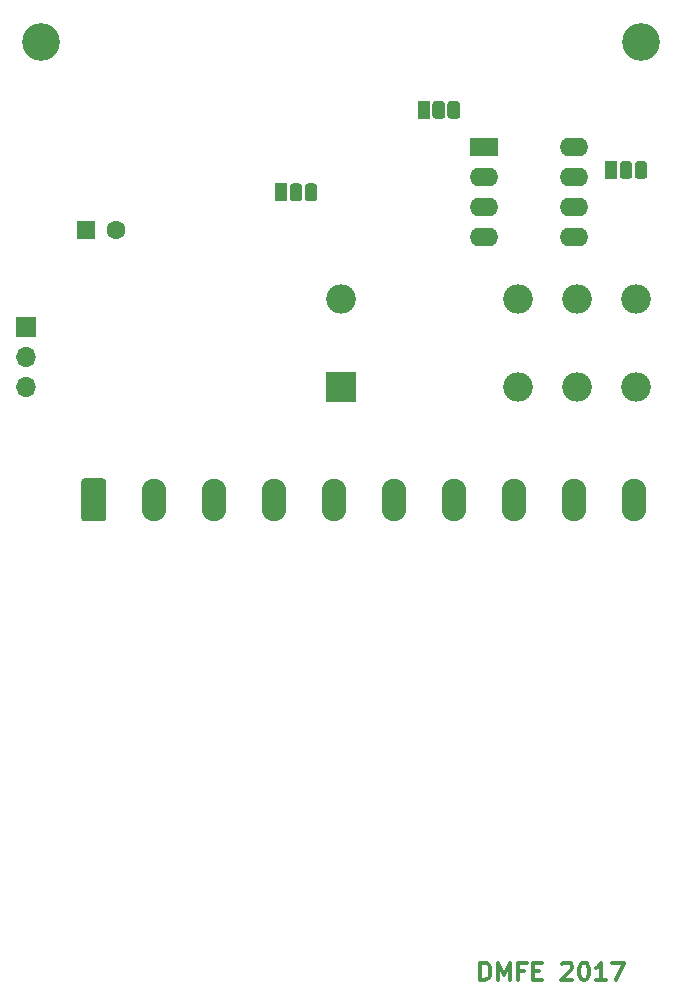
<source format=gbs>
G04 #@! TF.GenerationSoftware,KiCad,Pcbnew,(5.1.0-1195-gcea9cd417)*
G04 #@! TF.CreationDate,2019-07-13T23:42:12-07:00*
G04 #@! TF.ProjectId,RCSMCtrl,5243534d-4374-4726-9c2e-6b696361645f,NC*
G04 #@! TF.SameCoordinates,Original*
G04 #@! TF.FileFunction,Soldermask,Bot*
G04 #@! TF.FilePolarity,Negative*
%FSLAX46Y46*%
G04 Gerber Fmt 4.6, Leading zero omitted, Abs format (unit mm)*
G04 Created by KiCad (PCBNEW (5.1.0-1195-gcea9cd417)) date 2019-07-13 23:42:12*
%MOMM*%
%LPD*%
G04 APERTURE LIST*
%ADD10C,0.300000*%
%ADD11C,3.200000*%
%ADD12R,1.050000X1.500000*%
%ADD13C,0.100000*%
%ADD14C,1.050000*%
%ADD15O,1.700000X1.700000*%
%ADD16R,1.700000X1.700000*%
%ADD17O,2.080000X3.600000*%
%ADD18C,2.080000*%
%ADD19O,2.400000X1.600000*%
%ADD20R,2.400000X1.600000*%
%ADD21C,1.600000*%
%ADD22R,1.600000X1.600000*%
%ADD23R,2.500000X2.500000*%
%ADD24O,2.500000X2.500000*%
G04 APERTURE END LIST*
D10*
X109570000Y-117518571D02*
X109570000Y-116018571D01*
X109927142Y-116018571D01*
X110141428Y-116090000D01*
X110284285Y-116232857D01*
X110355714Y-116375714D01*
X110427142Y-116661428D01*
X110427142Y-116875714D01*
X110355714Y-117161428D01*
X110284285Y-117304285D01*
X110141428Y-117447142D01*
X109927142Y-117518571D01*
X109570000Y-117518571D01*
X111070000Y-117518571D02*
X111070000Y-116018571D01*
X111570000Y-117090000D01*
X112070000Y-116018571D01*
X112070000Y-117518571D01*
X113284285Y-116732857D02*
X112784285Y-116732857D01*
X112784285Y-117518571D02*
X112784285Y-116018571D01*
X113498571Y-116018571D01*
X114070000Y-116732857D02*
X114570000Y-116732857D01*
X114784285Y-117518571D02*
X114070000Y-117518571D01*
X114070000Y-116018571D01*
X114784285Y-116018571D01*
X116498571Y-116161428D02*
X116570000Y-116090000D01*
X116712857Y-116018571D01*
X117070000Y-116018571D01*
X117212857Y-116090000D01*
X117284285Y-116161428D01*
X117355714Y-116304285D01*
X117355714Y-116447142D01*
X117284285Y-116661428D01*
X116427142Y-117518571D01*
X117355714Y-117518571D01*
X118284285Y-116018571D02*
X118427142Y-116018571D01*
X118570000Y-116090000D01*
X118641428Y-116161428D01*
X118712857Y-116304285D01*
X118784285Y-116590000D01*
X118784285Y-116947142D01*
X118712857Y-117232857D01*
X118641428Y-117375714D01*
X118570000Y-117447142D01*
X118427142Y-117518571D01*
X118284285Y-117518571D01*
X118141428Y-117447142D01*
X118070000Y-117375714D01*
X117998571Y-117232857D01*
X117927142Y-116947142D01*
X117927142Y-116590000D01*
X117998571Y-116304285D01*
X118070000Y-116161428D01*
X118141428Y-116090000D01*
X118284285Y-116018571D01*
X120212857Y-117518571D02*
X119355714Y-117518571D01*
X119784285Y-117518571D02*
X119784285Y-116018571D01*
X119641428Y-116232857D01*
X119498571Y-116375714D01*
X119355714Y-116447142D01*
X120712857Y-116018571D02*
X121712857Y-116018571D01*
X121070000Y-117518571D01*
D11*
X72390000Y-38100000D03*
X123190000Y-38100000D03*
D12*
X120650000Y-48895000D03*
D13*
G36*
X123552954Y-48164982D02*
G01*
X123638116Y-48221884D01*
X123695018Y-48307046D01*
X123715000Y-48407500D01*
X123715000Y-49382500D01*
X123695018Y-49482954D01*
X123638116Y-49568116D01*
X123552954Y-49625018D01*
X123452500Y-49645000D01*
X122927500Y-49645000D01*
X122827046Y-49625018D01*
X122741884Y-49568116D01*
X122684982Y-49482954D01*
X122665000Y-49382500D01*
X122665000Y-48407500D01*
X122684982Y-48307046D01*
X122741884Y-48221884D01*
X122827046Y-48164982D01*
X122927500Y-48145000D01*
X123452500Y-48145000D01*
X123552954Y-48164982D01*
X123552954Y-48164982D01*
G37*
D14*
X123190000Y-48895000D03*
D13*
G36*
X122282954Y-48164982D02*
G01*
X122368116Y-48221884D01*
X122425018Y-48307046D01*
X122445000Y-48407500D01*
X122445000Y-49382500D01*
X122425018Y-49482954D01*
X122368116Y-49568116D01*
X122282954Y-49625018D01*
X122182500Y-49645000D01*
X121657500Y-49645000D01*
X121557046Y-49625018D01*
X121471884Y-49568116D01*
X121414982Y-49482954D01*
X121395000Y-49382500D01*
X121395000Y-48407500D01*
X121414982Y-48307046D01*
X121471884Y-48221884D01*
X121557046Y-48164982D01*
X121657500Y-48145000D01*
X122182500Y-48145000D01*
X122282954Y-48164982D01*
X122282954Y-48164982D01*
G37*
D14*
X121920000Y-48895000D03*
D12*
X92710000Y-50800000D03*
D13*
G36*
X95612954Y-50069982D02*
G01*
X95698116Y-50126884D01*
X95755018Y-50212046D01*
X95775000Y-50312500D01*
X95775000Y-51287500D01*
X95755018Y-51387954D01*
X95698116Y-51473116D01*
X95612954Y-51530018D01*
X95512500Y-51550000D01*
X94987500Y-51550000D01*
X94887046Y-51530018D01*
X94801884Y-51473116D01*
X94744982Y-51387954D01*
X94725000Y-51287500D01*
X94725000Y-50312500D01*
X94744982Y-50212046D01*
X94801884Y-50126884D01*
X94887046Y-50069982D01*
X94987500Y-50050000D01*
X95512500Y-50050000D01*
X95612954Y-50069982D01*
X95612954Y-50069982D01*
G37*
D14*
X95250000Y-50800000D03*
D13*
G36*
X94342954Y-50069982D02*
G01*
X94428116Y-50126884D01*
X94485018Y-50212046D01*
X94505000Y-50312500D01*
X94505000Y-51287500D01*
X94485018Y-51387954D01*
X94428116Y-51473116D01*
X94342954Y-51530018D01*
X94242500Y-51550000D01*
X93717500Y-51550000D01*
X93617046Y-51530018D01*
X93531884Y-51473116D01*
X93474982Y-51387954D01*
X93455000Y-51287500D01*
X93455000Y-50312500D01*
X93474982Y-50212046D01*
X93531884Y-50126884D01*
X93617046Y-50069982D01*
X93717500Y-50050000D01*
X94242500Y-50050000D01*
X94342954Y-50069982D01*
X94342954Y-50069982D01*
G37*
D14*
X93980000Y-50800000D03*
D12*
X104775000Y-43815000D03*
D13*
G36*
X107677954Y-43084982D02*
G01*
X107763116Y-43141884D01*
X107820018Y-43227046D01*
X107840000Y-43327500D01*
X107840000Y-44302500D01*
X107820018Y-44402954D01*
X107763116Y-44488116D01*
X107677954Y-44545018D01*
X107577500Y-44565000D01*
X107052500Y-44565000D01*
X106952046Y-44545018D01*
X106866884Y-44488116D01*
X106809982Y-44402954D01*
X106790000Y-44302500D01*
X106790000Y-43327500D01*
X106809982Y-43227046D01*
X106866884Y-43141884D01*
X106952046Y-43084982D01*
X107052500Y-43065000D01*
X107577500Y-43065000D01*
X107677954Y-43084982D01*
X107677954Y-43084982D01*
G37*
D14*
X107315000Y-43815000D03*
D13*
G36*
X106407954Y-43084982D02*
G01*
X106493116Y-43141884D01*
X106550018Y-43227046D01*
X106570000Y-43327500D01*
X106570000Y-44302500D01*
X106550018Y-44402954D01*
X106493116Y-44488116D01*
X106407954Y-44545018D01*
X106307500Y-44565000D01*
X105782500Y-44565000D01*
X105682046Y-44545018D01*
X105596884Y-44488116D01*
X105539982Y-44402954D01*
X105520000Y-44302500D01*
X105520000Y-43327500D01*
X105539982Y-43227046D01*
X105596884Y-43141884D01*
X105682046Y-43084982D01*
X105782500Y-43065000D01*
X106307500Y-43065000D01*
X106407954Y-43084982D01*
X106407954Y-43084982D01*
G37*
D14*
X106045000Y-43815000D03*
D15*
X71120000Y-67310000D03*
X71120000Y-64770000D03*
D16*
X71120000Y-62230000D03*
D17*
X122555000Y-76835000D03*
X117475000Y-76835000D03*
X112395000Y-76835000D03*
X107315000Y-76835000D03*
X102235000Y-76835000D03*
X97155000Y-76835000D03*
X92075000Y-76835000D03*
X86995000Y-76835000D03*
X81915000Y-76835000D03*
D13*
G36*
X77720671Y-75054030D02*
G01*
X77801777Y-75108223D01*
X77855970Y-75189329D01*
X77875000Y-75284999D01*
X77875000Y-78385001D01*
X77855970Y-78480671D01*
X77801777Y-78561777D01*
X77720671Y-78615970D01*
X77625001Y-78635000D01*
X76044999Y-78635000D01*
X75949329Y-78615970D01*
X75868223Y-78561777D01*
X75814030Y-78480671D01*
X75795000Y-78385001D01*
X75795000Y-75284999D01*
X75814030Y-75189329D01*
X75868223Y-75108223D01*
X75949329Y-75054030D01*
X76044999Y-75035000D01*
X77625001Y-75035000D01*
X77720671Y-75054030D01*
X77720671Y-75054030D01*
G37*
D18*
X76835000Y-76835000D03*
D19*
X117475000Y-46990000D03*
X109855000Y-54610000D03*
X117475000Y-49530000D03*
X109855000Y-52070000D03*
X117475000Y-52070000D03*
X109855000Y-49530000D03*
X117475000Y-54610000D03*
D20*
X109855000Y-46990000D03*
D21*
X78700000Y-53975000D03*
D22*
X76200000Y-53975000D03*
D23*
X97790000Y-67310000D03*
D24*
X112790000Y-67310000D03*
X117790000Y-67310000D03*
X122790000Y-67310000D03*
X122790000Y-59810000D03*
X117790000Y-59810000D03*
X112790000Y-59810000D03*
X97790000Y-59810000D03*
M02*

</source>
